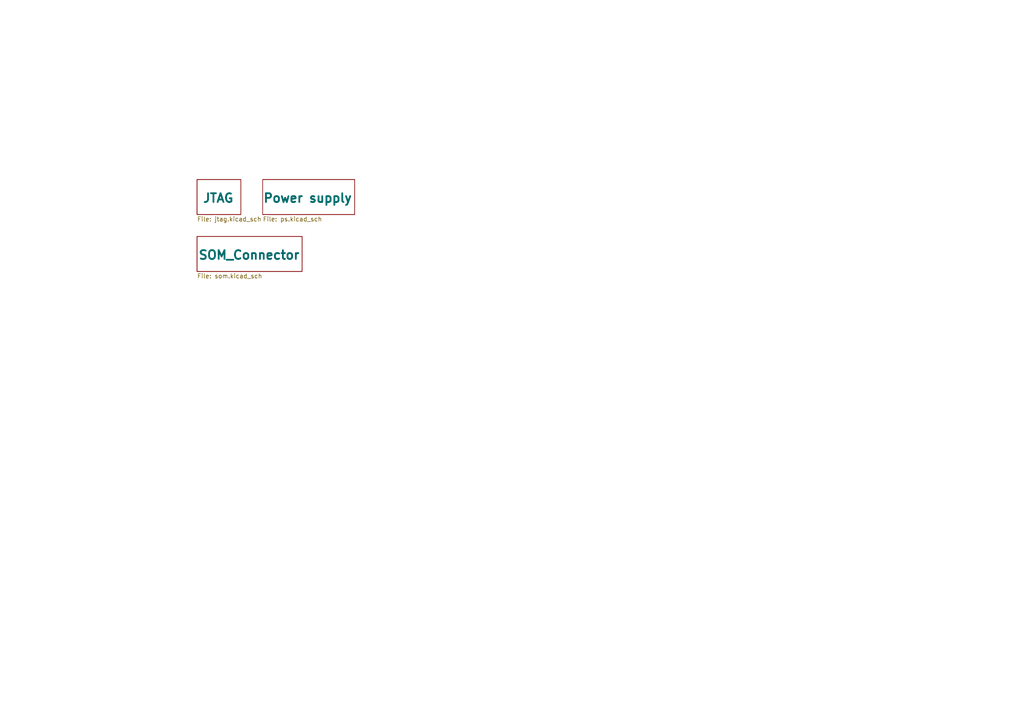
<source format=kicad_sch>
(kicad_sch
	(version 20250114)
	(generator "eeschema")
	(generator_version "9.0")
	(uuid "de32abb0-ff3b-4c67-a91a-eed08140b1b2")
	(paper "A4")
	(lib_symbols)
	(sheet
		(at 57.15 68.58)
		(size 30.48 10.16)
		(exclude_from_sim no)
		(in_bom yes)
		(on_board yes)
		(dnp no)
		(stroke
			(width 0.1524)
			(type solid)
		)
		(fill
			(color 0 0 0 0.0000)
		)
		(uuid "3e341a33-6cca-42a8-9d48-3fc3ef712dcd")
		(property "Sheetname" "SOM_Connector"
			(at 57.404 75.438 0)
			(effects
				(font
					(size 2.54 2.54)
					(thickness 0.508)
					(bold yes)
				)
				(justify left bottom)
			)
		)
		(property "Sheetfile" "som.kicad_sch"
			(at 57.15 79.3246 0)
			(effects
				(font
					(size 1.27 1.27)
				)
				(justify left top)
			)
		)
		(instances
			(project "FPGA4RISCV_BB"
				(path "/de32abb0-ff3b-4c67-a91a-eed08140b1b2"
					(page "3")
				)
			)
		)
	)
	(sheet
		(at 76.2 52.07)
		(size 26.67 10.16)
		(exclude_from_sim no)
		(in_bom yes)
		(on_board yes)
		(dnp no)
		(stroke
			(width 0.1524)
			(type solid)
		)
		(fill
			(color 0 0 0 0.0000)
		)
		(uuid "57e37972-bd2e-4cdb-a07a-d9ebb5243a88")
		(property "Sheetname" "Power supply"
			(at 76.2 58.928 0)
			(effects
				(font
					(size 2.54 2.54)
					(thickness 0.508)
					(bold yes)
				)
				(justify left bottom)
			)
		)
		(property "Sheetfile" "ps.kicad_sch"
			(at 76.2 62.8146 0)
			(effects
				(font
					(size 1.27 1.27)
				)
				(justify left top)
			)
		)
		(instances
			(project "FPGA4RISCV_BB"
				(path "/de32abb0-ff3b-4c67-a91a-eed08140b1b2"
					(page "2")
				)
			)
		)
	)
	(sheet
		(at 57.15 52.07)
		(size 12.7 10.16)
		(exclude_from_sim no)
		(in_bom yes)
		(on_board yes)
		(dnp no)
		(stroke
			(width 0.1524)
			(type solid)
		)
		(fill
			(color 0 0 0 0.0000)
		)
		(uuid "e8a9a6a8-2e08-4606-b058-44f01919fc3b")
		(property "Sheetname" "JTAG"
			(at 58.674 58.928 0)
			(effects
				(font
					(size 2.54 2.54)
					(thickness 0.508)
					(bold yes)
				)
				(justify left bottom)
			)
		)
		(property "Sheetfile" "jtag.kicad_sch"
			(at 57.15 62.8146 0)
			(effects
				(font
					(size 1.27 1.27)
				)
				(justify left top)
			)
		)
		(instances
			(project "FPGA4RISCV_BB"
				(path "/de32abb0-ff3b-4c67-a91a-eed08140b1b2"
					(page "5")
				)
			)
		)
	)
	(sheet_instances
		(path "/"
			(page "1")
		)
	)
	(embedded_fonts no)
)

</source>
